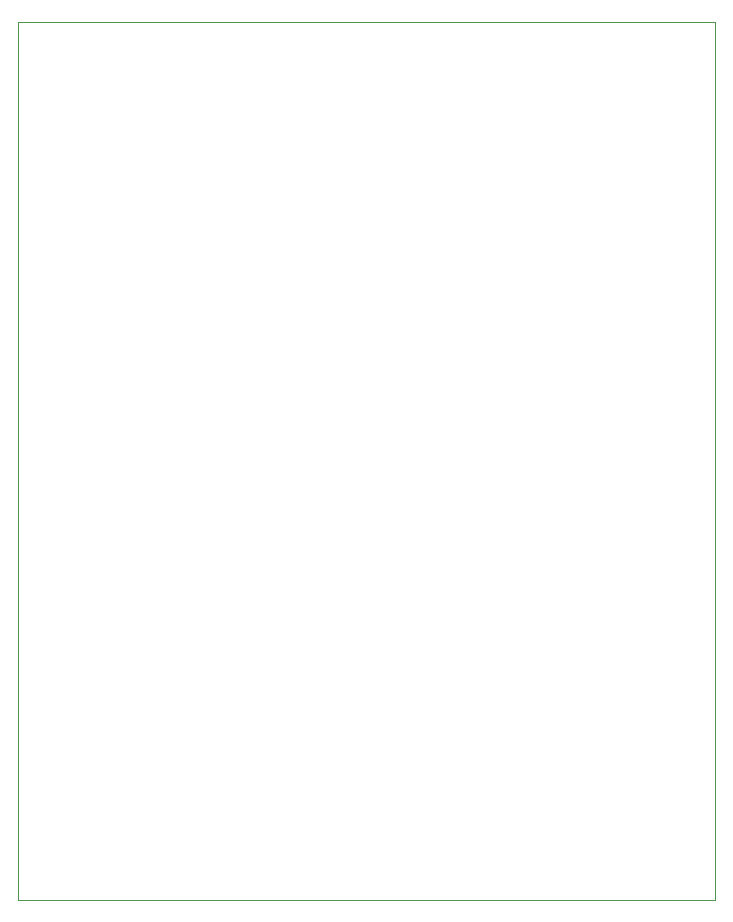
<source format=gbr>
%TF.GenerationSoftware,KiCad,Pcbnew,(5.1.6)-1*%
%TF.CreationDate,2021-11-10T22:47:38+01:00*%
%TF.ProjectId,carteExtensionMidi,63617274-6545-4787-9465-6e73696f6e4d,rev?*%
%TF.SameCoordinates,Original*%
%TF.FileFunction,Profile,NP*%
%FSLAX46Y46*%
G04 Gerber Fmt 4.6, Leading zero omitted, Abs format (unit mm)*
G04 Created by KiCad (PCBNEW (5.1.6)-1) date 2021-11-10 22:47:38*
%MOMM*%
%LPD*%
G01*
G04 APERTURE LIST*
%TA.AperFunction,Profile*%
%ADD10C,0.050000*%
%TD*%
G04 APERTURE END LIST*
D10*
X116840000Y-67310000D02*
X116840000Y-141605000D01*
X175895000Y-67310000D02*
X116840000Y-67310000D01*
X175895000Y-141605000D02*
X175895000Y-67310000D01*
X116840000Y-141605000D02*
X175895000Y-141605000D01*
M02*

</source>
